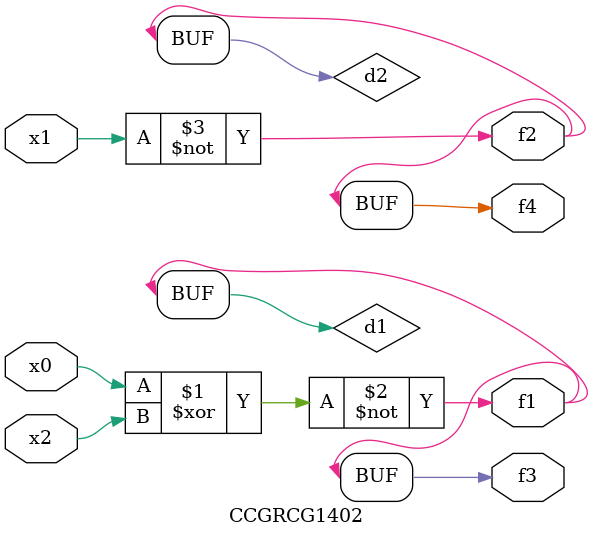
<source format=v>
module CCGRCG1402(
	input x0, x1, x2,
	output f1, f2, f3, f4
);

	wire d1, d2, d3;

	xnor (d1, x0, x2);
	nand (d2, x1);
	nor (d3, x1, x2);
	assign f1 = d1;
	assign f2 = d2;
	assign f3 = d1;
	assign f4 = d2;
endmodule

</source>
